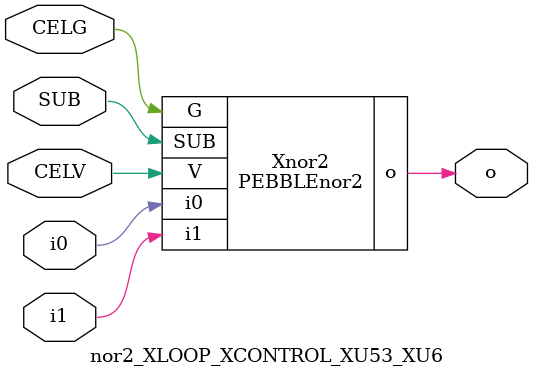
<source format=v>



module PEBBLEnor2 ( o, G, SUB, V, i0, i1 );

  input i0;
  input V;
  input i1;
  input G;
  output o;
  input SUB;
endmodule

//Celera Confidential Do Not Copy nor2_XLOOP_XCONTROL_XU53_XU6
//Celera Confidential Symbol Generator
//nor2
module nor2_XLOOP_XCONTROL_XU53_XU6 (CELV,CELG,i0,i1,o,SUB);
input CELV;
input CELG;
input i0;
input i1;
input SUB;
output o;

//Celera Confidential Do Not Copy nor2
PEBBLEnor2 Xnor2(
.V (CELV),
.i0 (i0),
.i1 (i1),
.o (o),
.SUB (SUB),
.G (CELG)
);
//,diesize,PEBBLEnor2

//Celera Confidential Do Not Copy Module End
//Celera Schematic Generator
endmodule

</source>
